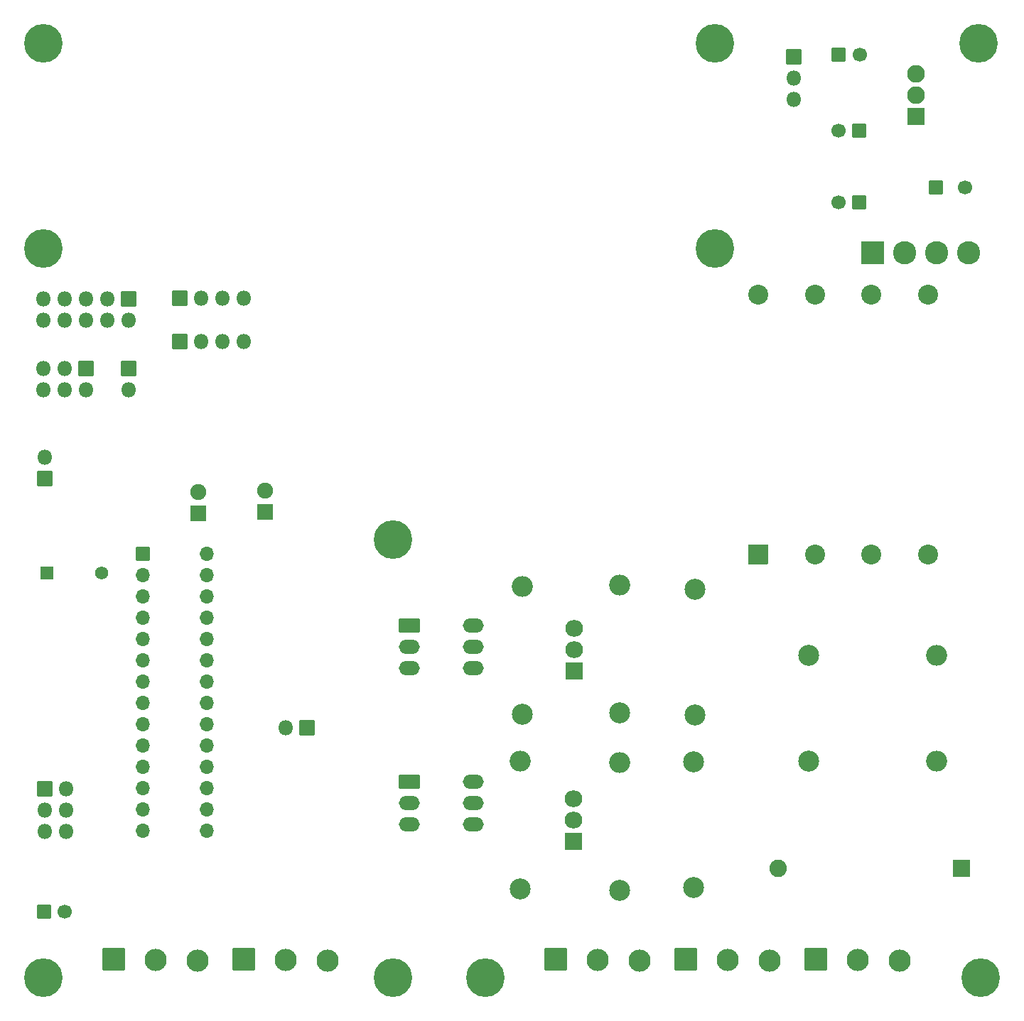
<source format=gbr>
%TF.GenerationSoftware,KiCad,Pcbnew,7.0.9*%
%TF.CreationDate,2025-01-17T20:12:22+02:00*%
%TF.ProjectId,varaajamonitori,76617261-616a-4616-9d6f-6e69746f7269,rev?*%
%TF.SameCoordinates,Original*%
%TF.FileFunction,Soldermask,Bot*%
%TF.FilePolarity,Negative*%
%FSLAX46Y46*%
G04 Gerber Fmt 4.6, Leading zero omitted, Abs format (unit mm)*
G04 Created by KiCad (PCBNEW 7.0.9) date 2025-01-17 20:12:22*
%MOMM*%
%LPD*%
G01*
G04 APERTURE LIST*
G04 Aperture macros list*
%AMRoundRect*
0 Rectangle with rounded corners*
0 $1 Rounding radius*
0 $2 $3 $4 $5 $6 $7 $8 $9 X,Y pos of 4 corners*
0 Add a 4 corners polygon primitive as box body*
4,1,4,$2,$3,$4,$5,$6,$7,$8,$9,$2,$3,0*
0 Add four circle primitives for the rounded corners*
1,1,$1+$1,$2,$3*
1,1,$1+$1,$4,$5*
1,1,$1+$1,$6,$7*
1,1,$1+$1,$8,$9*
0 Add four rect primitives between the rounded corners*
20,1,$1+$1,$2,$3,$4,$5,0*
20,1,$1+$1,$4,$5,$6,$7,0*
20,1,$1+$1,$6,$7,$8,$9,0*
20,1,$1+$1,$8,$9,$2,$3,0*%
G04 Aperture macros list end*
%ADD10RoundRect,0.050000X-1.335000X-1.335000X1.335000X-1.335000X1.335000X1.335000X-1.335000X1.335000X0*%
%ADD11C,2.770000*%
%ADD12RoundRect,0.050000X-1.270000X-1.270000X1.270000X-1.270000X1.270000X1.270000X-1.270000X1.270000X0*%
%ADD13C,2.640000*%
%ADD14RoundRect,0.050000X-1.200000X-0.800000X1.200000X-0.800000X1.200000X0.800000X-1.200000X0.800000X0*%
%ADD15O,2.500000X1.700000*%
%ADD16RoundRect,0.050000X-0.800000X-0.800000X0.800000X-0.800000X0.800000X0.800000X-0.800000X0.800000X0*%
%ADD17O,1.700000X1.700000*%
%ADD18RoundRect,0.050000X0.900000X-0.900000X0.900000X0.900000X-0.900000X0.900000X-0.900000X-0.900000X0*%
%ADD19C,1.900000*%
%ADD20C,2.500000*%
%ADD21O,2.500000X2.500000*%
%ADD22RoundRect,0.050000X0.850000X-0.850000X0.850000X0.850000X-0.850000X0.850000X-0.850000X-0.850000X0*%
%ADD23O,1.800000X1.800000*%
%ADD24C,4.600000*%
%ADD25RoundRect,0.050000X0.990000X0.990000X-0.990000X0.990000X-0.990000X-0.990000X0.990000X-0.990000X0*%
%ADD26C,2.080000*%
%ADD27RoundRect,0.050000X-0.850000X-0.850000X0.850000X-0.850000X0.850000X0.850000X-0.850000X0.850000X0*%
%ADD28RoundRect,0.050000X1.143000X-1.143000X1.143000X1.143000X-1.143000X1.143000X-1.143000X-1.143000X0*%
%ADD29C,2.386000*%
%ADD30RoundRect,0.050000X-0.850000X0.850000X-0.850000X-0.850000X0.850000X-0.850000X0.850000X0.850000X0*%
%ADD31RoundRect,0.102000X0.955000X-0.955000X0.955000X0.955000X-0.955000X0.955000X-0.955000X-0.955000X0*%
%ADD32C,2.114000*%
%ADD33C,1.700000*%
%ADD34RoundRect,0.050000X-0.736600X-0.736600X0.736600X-0.736600X0.736600X0.736600X-0.736600X0.736600X0*%
%ADD35C,1.573200*%
%ADD36RoundRect,0.050000X0.800000X0.800000X-0.800000X0.800000X-0.800000X-0.800000X0.800000X-0.800000X0*%
%ADD37RoundRect,0.050000X0.850000X0.850000X-0.850000X0.850000X-0.850000X-0.850000X0.850000X-0.850000X0*%
%ADD38RoundRect,0.050000X1.000000X-0.952500X1.000000X0.952500X-1.000000X0.952500X-1.000000X-0.952500X0*%
%ADD39O,2.100000X2.005000*%
G04 APERTURE END LIST*
D10*
%TO.C,D5*%
X150390000Y-59600000D03*
D11*
X154200000Y-59600000D03*
X158010000Y-59600000D03*
X161820000Y-59600000D03*
%TD*%
D12*
%TO.C,J1*%
X143617780Y-143855260D03*
D13*
X148600000Y-143908600D03*
X153600000Y-144000040D03*
%TD*%
D12*
%TO.C,J4*%
X59917780Y-143863860D03*
D13*
X64900000Y-143917200D03*
X69900000Y-144008640D03*
%TD*%
D12*
%TO.C,J5*%
X75417780Y-143855260D03*
D13*
X80400000Y-143908600D03*
X85400000Y-144000040D03*
%TD*%
D12*
%TO.C,J6*%
X128117780Y-143855260D03*
D13*
X133100000Y-143908600D03*
X138100000Y-144000040D03*
%TD*%
D12*
%TO.C,J7*%
X112617780Y-143855260D03*
D13*
X117600000Y-143908600D03*
X122600000Y-144000040D03*
%TD*%
D14*
%TO.C,U7*%
X95175000Y-122675000D03*
D15*
X95175000Y-125215000D03*
X95175000Y-127755000D03*
X102795000Y-127755000D03*
X102795000Y-125215000D03*
X102795000Y-122675000D03*
%TD*%
D16*
%TO.C,U1*%
X63400000Y-95500000D03*
D17*
X63400000Y-98040000D03*
X63400000Y-100580000D03*
X63400000Y-103120000D03*
X63400000Y-105660000D03*
X63400000Y-108200000D03*
X63400000Y-110740000D03*
X63400000Y-113280000D03*
X63400000Y-115820000D03*
X63400000Y-118360000D03*
X63400000Y-120900000D03*
X63400000Y-123440000D03*
X63400000Y-125980000D03*
X63400000Y-128520000D03*
X71020000Y-128520000D03*
X71020000Y-125980000D03*
X71020000Y-123440000D03*
X71020000Y-120900000D03*
X71020000Y-118360000D03*
X71020000Y-115820000D03*
X71020000Y-113280000D03*
X71020000Y-110740000D03*
X71020000Y-108200000D03*
X71020000Y-105660000D03*
X71020000Y-103120000D03*
X71020000Y-100580000D03*
X71020000Y-98040000D03*
X71020000Y-95500000D03*
%TD*%
D18*
%TO.C,D2*%
X70000000Y-90675000D03*
D19*
X70000000Y-88135000D03*
%TD*%
D20*
%TO.C,R16*%
X120200000Y-135620000D03*
D21*
X120200000Y-120380000D03*
%TD*%
D22*
%TO.C,J9*%
X67800000Y-70200000D03*
D23*
X70340000Y-70200000D03*
X72880000Y-70200000D03*
X75420000Y-70200000D03*
%TD*%
D24*
%TO.C,Top2*%
X163000000Y-34600000D03*
%TD*%
%TO.C,J2*%
X51600000Y-59100000D03*
X131600000Y-34600000D03*
X131600000Y-59100000D03*
%TD*%
D20*
%TO.C,R20*%
X142780000Y-120200000D03*
D21*
X158020000Y-120200000D03*
%TD*%
D14*
%TO.C,U6*%
X95175000Y-104075000D03*
D15*
X95175000Y-106615000D03*
X95175000Y-109155000D03*
X102795000Y-109155000D03*
X102795000Y-106615000D03*
X102795000Y-104075000D03*
%TD*%
D25*
%TO.C,F1*%
X160920000Y-133000000D03*
D26*
X139080000Y-133000000D03*
%TD*%
D18*
%TO.C,D4*%
X78000000Y-90475000D03*
D19*
X78000000Y-87935000D03*
%TD*%
D27*
%TO.C,J13*%
X61740000Y-73400000D03*
D23*
X61740000Y-75940000D03*
%TD*%
D27*
%TO.C,JP2*%
X141000000Y-36200000D03*
D23*
X141000000Y-38740000D03*
X141000000Y-41280000D03*
%TD*%
D24*
%TO.C,Bottom3*%
X51600000Y-146000000D03*
%TD*%
D22*
%TO.C,J10*%
X67800000Y-65000000D03*
D23*
X70340000Y-65000000D03*
X72880000Y-65000000D03*
X75420000Y-65000000D03*
%TD*%
D28*
%TO.C,T1*%
X136738000Y-95600000D03*
D29*
X143469000Y-95600000D03*
X150200000Y-95600000D03*
X156931000Y-95600000D03*
X136738000Y-64612000D03*
X143469000Y-64612000D03*
X150200000Y-64612000D03*
X156931000Y-64612000D03*
%TD*%
D30*
%TO.C,J14*%
X82940000Y-116200000D03*
D23*
X80400000Y-116200000D03*
%TD*%
D20*
%TO.C,R17*%
X108600000Y-114640000D03*
D21*
X108600000Y-99400000D03*
%TD*%
D24*
%TO.C,Bottom2*%
X163200000Y-146000000D03*
%TD*%
D31*
%TO.C,U3*%
X155568000Y-43350000D03*
D32*
X155568000Y-40800000D03*
X155568000Y-38250000D03*
%TD*%
D16*
%TO.C,C2*%
X51617600Y-138200000D03*
D33*
X54117600Y-138200000D03*
%TD*%
D30*
%TO.C,J8*%
X61740000Y-65060000D03*
D23*
X61740000Y-67600000D03*
X59200000Y-65060000D03*
X59200000Y-67600000D03*
X56660000Y-65060000D03*
X56660000Y-67600000D03*
X54120000Y-65060000D03*
X54120000Y-67600000D03*
X51580000Y-65060000D03*
X51580000Y-67600000D03*
%TD*%
D34*
%TO.C,BZ1*%
X52000000Y-97800000D03*
D35*
X58500001Y-97800000D03*
%TD*%
D36*
%TO.C,C7*%
X148782400Y-53600000D03*
D33*
X146282400Y-53600000D03*
%TD*%
D20*
%TO.C,R18*%
X108400000Y-135420000D03*
D21*
X108400000Y-120180000D03*
%TD*%
D16*
%TO.C,C4*%
X157900000Y-51800000D03*
D33*
X161400000Y-51800000D03*
%TD*%
D24*
%TO.C,Top1*%
X51600000Y-34600000D03*
%TD*%
D30*
%TO.C,J12*%
X56640000Y-73400000D03*
D23*
X56640000Y-75940000D03*
X54100000Y-73400000D03*
X54100000Y-75940000D03*
X51560000Y-73400000D03*
X51560000Y-75940000D03*
%TD*%
D20*
%TO.C,C11*%
X129000000Y-120300000D03*
X129000000Y-135300000D03*
%TD*%
D37*
%TO.C,J11*%
X51725000Y-86475000D03*
D23*
X51725000Y-83935000D03*
%TD*%
D20*
%TO.C,C10*%
X129200000Y-99700000D03*
X129200000Y-114700000D03*
%TD*%
%TO.C,R19*%
X142780000Y-107600000D03*
D21*
X158020000Y-107600000D03*
%TD*%
D20*
%TO.C,R15*%
X120200000Y-114420000D03*
D21*
X120200000Y-99180000D03*
%TD*%
D24*
%TO.C,Mid1*%
X93200000Y-93800000D03*
%TD*%
D27*
%TO.C,J3*%
X51725000Y-123475000D03*
D23*
X54265000Y-123475000D03*
X51725000Y-126015000D03*
X54265000Y-126015000D03*
X51725000Y-128555000D03*
X54265000Y-128555000D03*
%TD*%
D38*
%TO.C,Q3*%
X114800000Y-109500000D03*
D39*
X114800000Y-106960000D03*
X114800000Y-104420000D03*
%TD*%
D24*
%TO.C,Bottom4*%
X104200000Y-146000000D03*
%TD*%
D36*
%TO.C,C6*%
X148782400Y-45000000D03*
D33*
X146282400Y-45000000D03*
%TD*%
D38*
%TO.C,Q4*%
X114745000Y-129740000D03*
D39*
X114745000Y-127200000D03*
X114745000Y-124660000D03*
%TD*%
D24*
%TO.C,Bottom1*%
X93200000Y-146000000D03*
%TD*%
D16*
%TO.C,C1*%
X146300000Y-36000000D03*
D33*
X148800000Y-36000000D03*
%TD*%
M02*

</source>
